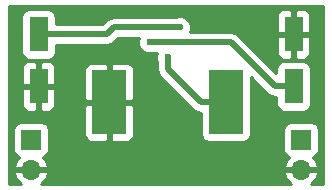
<source format=gbr>
G04 #@! TF.FileFunction,Copper,L2,Bot,Signal*
%FSLAX46Y46*%
G04 Gerber Fmt 4.6, Leading zero omitted, Abs format (unit mm)*
G04 Created by KiCad (PCBNEW 4.0.7) date Monday, 25 June 2018 'AMt' 00:00:04*
%MOMM*%
%LPD*%
G01*
G04 APERTURE LIST*
%ADD10C,0.100000*%
%ADD11R,1.600000X3.000000*%
%ADD12R,1.700000X1.700000*%
%ADD13O,1.700000X1.700000*%
%ADD14R,2.900000X5.400000*%
%ADD15C,0.600000*%
%ADD16C,0.500000*%
%ADD17C,0.254000*%
G04 APERTURE END LIST*
D10*
D11*
X119380000Y-68494000D03*
X119380000Y-64094000D03*
X140970000Y-68494000D03*
X140970000Y-64094000D03*
D12*
X141605000Y-73025000D03*
D13*
X141605000Y-75565000D03*
D12*
X118745000Y-73025000D03*
D13*
X118745000Y-75565000D03*
D14*
X125352000Y-69850000D03*
X135252000Y-69850000D03*
D15*
X128778000Y-64770000D03*
X121920014Y-74930000D03*
X121920000Y-70612004D03*
X138175998Y-70865998D03*
X138176000Y-74930000D03*
X131318000Y-63500000D03*
X130302000Y-66040000D03*
D16*
X135636000Y-64770000D02*
X139360000Y-68494000D01*
X139360000Y-68494000D02*
X140970000Y-68494000D01*
X128778000Y-64770000D02*
X135636000Y-64770000D01*
X125136000Y-64094000D02*
X125730000Y-63500000D01*
X125730000Y-63500000D02*
X131318000Y-63500000D01*
X119380000Y-64094000D02*
X125136000Y-64094000D01*
X130302000Y-66548000D02*
X130302000Y-66040000D01*
X130302000Y-67056000D02*
X133096000Y-69850000D01*
X133096000Y-69850000D02*
X135252000Y-69850000D01*
X130302000Y-66548000D02*
X130302000Y-67056000D01*
D17*
G36*
X143435000Y-76760000D02*
X142486525Y-76760000D01*
X142876645Y-76331924D01*
X143046476Y-75921890D01*
X142925155Y-75692000D01*
X141732000Y-75692000D01*
X141732000Y-75712000D01*
X141478000Y-75712000D01*
X141478000Y-75692000D01*
X140284845Y-75692000D01*
X140163524Y-75921890D01*
X140333355Y-76331924D01*
X140723475Y-76760000D01*
X119626525Y-76760000D01*
X120016645Y-76331924D01*
X120186476Y-75921890D01*
X120065155Y-75692000D01*
X118872000Y-75692000D01*
X118872000Y-75712000D01*
X118618000Y-75712000D01*
X118618000Y-75692000D01*
X117424845Y-75692000D01*
X117303524Y-75921890D01*
X117473355Y-76331924D01*
X117863475Y-76760000D01*
X116915000Y-76760000D01*
X116915000Y-72175000D01*
X117247560Y-72175000D01*
X117247560Y-73875000D01*
X117291838Y-74110317D01*
X117430910Y-74326441D01*
X117643110Y-74471431D01*
X117751107Y-74493301D01*
X117473355Y-74798076D01*
X117303524Y-75208110D01*
X117424845Y-75438000D01*
X118618000Y-75438000D01*
X118618000Y-75418000D01*
X118872000Y-75418000D01*
X118872000Y-75438000D01*
X120065155Y-75438000D01*
X120186476Y-75208110D01*
X120016645Y-74798076D01*
X119740499Y-74495063D01*
X119830317Y-74478162D01*
X120046441Y-74339090D01*
X120191431Y-74126890D01*
X120242440Y-73875000D01*
X120242440Y-72175000D01*
X120198162Y-71939683D01*
X120059090Y-71723559D01*
X119846890Y-71578569D01*
X119595000Y-71527560D01*
X117895000Y-71527560D01*
X117659683Y-71571838D01*
X117443559Y-71710910D01*
X117298569Y-71923110D01*
X117247560Y-72175000D01*
X116915000Y-72175000D01*
X116915000Y-68779750D01*
X117945000Y-68779750D01*
X117945000Y-70120309D01*
X118041673Y-70353698D01*
X118220301Y-70532327D01*
X118453690Y-70629000D01*
X119094250Y-70629000D01*
X119253000Y-70470250D01*
X119253000Y-68621000D01*
X119507000Y-68621000D01*
X119507000Y-70470250D01*
X119665750Y-70629000D01*
X120306310Y-70629000D01*
X120539699Y-70532327D01*
X120718327Y-70353698D01*
X120808604Y-70135750D01*
X123267000Y-70135750D01*
X123267000Y-72676310D01*
X123363673Y-72909699D01*
X123542302Y-73088327D01*
X123775691Y-73185000D01*
X125066250Y-73185000D01*
X125225000Y-73026250D01*
X125225000Y-69977000D01*
X125479000Y-69977000D01*
X125479000Y-73026250D01*
X125637750Y-73185000D01*
X126928309Y-73185000D01*
X127161698Y-73088327D01*
X127340327Y-72909699D01*
X127437000Y-72676310D01*
X127437000Y-70135750D01*
X127278250Y-69977000D01*
X125479000Y-69977000D01*
X125225000Y-69977000D01*
X123425750Y-69977000D01*
X123267000Y-70135750D01*
X120808604Y-70135750D01*
X120815000Y-70120309D01*
X120815000Y-68779750D01*
X120656250Y-68621000D01*
X119507000Y-68621000D01*
X119253000Y-68621000D01*
X118103750Y-68621000D01*
X117945000Y-68779750D01*
X116915000Y-68779750D01*
X116915000Y-66867691D01*
X117945000Y-66867691D01*
X117945000Y-68208250D01*
X118103750Y-68367000D01*
X119253000Y-68367000D01*
X119253000Y-66517750D01*
X119507000Y-66517750D01*
X119507000Y-68367000D01*
X120656250Y-68367000D01*
X120815000Y-68208250D01*
X120815000Y-67023690D01*
X123267000Y-67023690D01*
X123267000Y-69564250D01*
X123425750Y-69723000D01*
X125225000Y-69723000D01*
X125225000Y-66673750D01*
X125479000Y-66673750D01*
X125479000Y-69723000D01*
X127278250Y-69723000D01*
X127437000Y-69564250D01*
X127437000Y-67023690D01*
X127340327Y-66790301D01*
X127161698Y-66611673D01*
X126928309Y-66515000D01*
X125637750Y-66515000D01*
X125479000Y-66673750D01*
X125225000Y-66673750D01*
X125066250Y-66515000D01*
X123775691Y-66515000D01*
X123542302Y-66611673D01*
X123363673Y-66790301D01*
X123267000Y-67023690D01*
X120815000Y-67023690D01*
X120815000Y-66867691D01*
X120718327Y-66634302D01*
X120539699Y-66455673D01*
X120306310Y-66359000D01*
X119665750Y-66359000D01*
X119507000Y-66517750D01*
X119253000Y-66517750D01*
X119094250Y-66359000D01*
X118453690Y-66359000D01*
X118220301Y-66455673D01*
X118041673Y-66634302D01*
X117945000Y-66867691D01*
X116915000Y-66867691D01*
X116915000Y-62594000D01*
X117932560Y-62594000D01*
X117932560Y-65594000D01*
X117976838Y-65829317D01*
X118115910Y-66045441D01*
X118328110Y-66190431D01*
X118580000Y-66241440D01*
X120180000Y-66241440D01*
X120415317Y-66197162D01*
X120631441Y-66058090D01*
X120776431Y-65845890D01*
X120827440Y-65594000D01*
X120827440Y-64979000D01*
X125135995Y-64979000D01*
X125136000Y-64979001D01*
X125418484Y-64922810D01*
X125474675Y-64911633D01*
X125761790Y-64719790D01*
X126096579Y-64385000D01*
X127925463Y-64385000D01*
X127843162Y-64583201D01*
X127842838Y-64955167D01*
X127984883Y-65298943D01*
X128247673Y-65562192D01*
X128591201Y-65704838D01*
X128963167Y-65705162D01*
X129084569Y-65655000D01*
X129449463Y-65655000D01*
X129367162Y-65853201D01*
X129366838Y-66225167D01*
X129417000Y-66346569D01*
X129417000Y-67055995D01*
X129416999Y-67056000D01*
X129473190Y-67338484D01*
X129484367Y-67394675D01*
X129676210Y-67681790D01*
X132470208Y-70475787D01*
X132470210Y-70475790D01*
X132757325Y-70667633D01*
X132813516Y-70678810D01*
X133096000Y-70735001D01*
X133096005Y-70735000D01*
X133154560Y-70735000D01*
X133154560Y-72550000D01*
X133198838Y-72785317D01*
X133337910Y-73001441D01*
X133550110Y-73146431D01*
X133802000Y-73197440D01*
X136702000Y-73197440D01*
X136937317Y-73153162D01*
X137153441Y-73014090D01*
X137298431Y-72801890D01*
X137349440Y-72550000D01*
X137349440Y-72175000D01*
X140107560Y-72175000D01*
X140107560Y-73875000D01*
X140151838Y-74110317D01*
X140290910Y-74326441D01*
X140503110Y-74471431D01*
X140611107Y-74493301D01*
X140333355Y-74798076D01*
X140163524Y-75208110D01*
X140284845Y-75438000D01*
X141478000Y-75438000D01*
X141478000Y-75418000D01*
X141732000Y-75418000D01*
X141732000Y-75438000D01*
X142925155Y-75438000D01*
X143046476Y-75208110D01*
X142876645Y-74798076D01*
X142600499Y-74495063D01*
X142690317Y-74478162D01*
X142906441Y-74339090D01*
X143051431Y-74126890D01*
X143102440Y-73875000D01*
X143102440Y-72175000D01*
X143058162Y-71939683D01*
X142919090Y-71723559D01*
X142706890Y-71578569D01*
X142455000Y-71527560D01*
X140755000Y-71527560D01*
X140519683Y-71571838D01*
X140303559Y-71710910D01*
X140158569Y-71923110D01*
X140107560Y-72175000D01*
X137349440Y-72175000D01*
X137349440Y-67735019D01*
X138734208Y-69119787D01*
X138734210Y-69119790D01*
X139021325Y-69311633D01*
X139360000Y-69379000D01*
X139522560Y-69379000D01*
X139522560Y-69994000D01*
X139566838Y-70229317D01*
X139705910Y-70445441D01*
X139918110Y-70590431D01*
X140170000Y-70641440D01*
X141770000Y-70641440D01*
X142005317Y-70597162D01*
X142221441Y-70458090D01*
X142366431Y-70245890D01*
X142417440Y-69994000D01*
X142417440Y-66994000D01*
X142373162Y-66758683D01*
X142234090Y-66542559D01*
X142021890Y-66397569D01*
X141770000Y-66346560D01*
X140170000Y-66346560D01*
X139934683Y-66390838D01*
X139718559Y-66529910D01*
X139573569Y-66742110D01*
X139522560Y-66994000D01*
X139522560Y-67404981D01*
X136497330Y-64379750D01*
X139535000Y-64379750D01*
X139535000Y-65720309D01*
X139631673Y-65953698D01*
X139810301Y-66132327D01*
X140043690Y-66229000D01*
X140684250Y-66229000D01*
X140843000Y-66070250D01*
X140843000Y-64221000D01*
X141097000Y-64221000D01*
X141097000Y-66070250D01*
X141255750Y-66229000D01*
X141896310Y-66229000D01*
X142129699Y-66132327D01*
X142308327Y-65953698D01*
X142405000Y-65720309D01*
X142405000Y-64379750D01*
X142246250Y-64221000D01*
X141097000Y-64221000D01*
X140843000Y-64221000D01*
X139693750Y-64221000D01*
X139535000Y-64379750D01*
X136497330Y-64379750D01*
X136261790Y-64144210D01*
X136186645Y-64094000D01*
X135974675Y-63952367D01*
X135918484Y-63941190D01*
X135636000Y-63884999D01*
X135635995Y-63885000D01*
X132170537Y-63885000D01*
X132252838Y-63686799D01*
X132253162Y-63314833D01*
X132111117Y-62971057D01*
X131848327Y-62707808D01*
X131504799Y-62565162D01*
X131132833Y-62564838D01*
X131011431Y-62615000D01*
X125730005Y-62615000D01*
X125730000Y-62614999D01*
X125447516Y-62671190D01*
X125391325Y-62682367D01*
X125104210Y-62874210D01*
X125104208Y-62874213D01*
X124769420Y-63209000D01*
X120827440Y-63209000D01*
X120827440Y-62594000D01*
X120803674Y-62467691D01*
X139535000Y-62467691D01*
X139535000Y-63808250D01*
X139693750Y-63967000D01*
X140843000Y-63967000D01*
X140843000Y-62117750D01*
X141097000Y-62117750D01*
X141097000Y-63967000D01*
X142246250Y-63967000D01*
X142405000Y-63808250D01*
X142405000Y-62467691D01*
X142308327Y-62234302D01*
X142129699Y-62055673D01*
X141896310Y-61959000D01*
X141255750Y-61959000D01*
X141097000Y-62117750D01*
X140843000Y-62117750D01*
X140684250Y-61959000D01*
X140043690Y-61959000D01*
X139810301Y-62055673D01*
X139631673Y-62234302D01*
X139535000Y-62467691D01*
X120803674Y-62467691D01*
X120783162Y-62358683D01*
X120644090Y-62142559D01*
X120431890Y-61997569D01*
X120180000Y-61946560D01*
X118580000Y-61946560D01*
X118344683Y-61990838D01*
X118128559Y-62129910D01*
X117983569Y-62342110D01*
X117932560Y-62594000D01*
X116915000Y-62594000D01*
X116915000Y-61670000D01*
X143435000Y-61670000D01*
X143435000Y-76760000D01*
X143435000Y-76760000D01*
G37*
X143435000Y-76760000D02*
X142486525Y-76760000D01*
X142876645Y-76331924D01*
X143046476Y-75921890D01*
X142925155Y-75692000D01*
X141732000Y-75692000D01*
X141732000Y-75712000D01*
X141478000Y-75712000D01*
X141478000Y-75692000D01*
X140284845Y-75692000D01*
X140163524Y-75921890D01*
X140333355Y-76331924D01*
X140723475Y-76760000D01*
X119626525Y-76760000D01*
X120016645Y-76331924D01*
X120186476Y-75921890D01*
X120065155Y-75692000D01*
X118872000Y-75692000D01*
X118872000Y-75712000D01*
X118618000Y-75712000D01*
X118618000Y-75692000D01*
X117424845Y-75692000D01*
X117303524Y-75921890D01*
X117473355Y-76331924D01*
X117863475Y-76760000D01*
X116915000Y-76760000D01*
X116915000Y-72175000D01*
X117247560Y-72175000D01*
X117247560Y-73875000D01*
X117291838Y-74110317D01*
X117430910Y-74326441D01*
X117643110Y-74471431D01*
X117751107Y-74493301D01*
X117473355Y-74798076D01*
X117303524Y-75208110D01*
X117424845Y-75438000D01*
X118618000Y-75438000D01*
X118618000Y-75418000D01*
X118872000Y-75418000D01*
X118872000Y-75438000D01*
X120065155Y-75438000D01*
X120186476Y-75208110D01*
X120016645Y-74798076D01*
X119740499Y-74495063D01*
X119830317Y-74478162D01*
X120046441Y-74339090D01*
X120191431Y-74126890D01*
X120242440Y-73875000D01*
X120242440Y-72175000D01*
X120198162Y-71939683D01*
X120059090Y-71723559D01*
X119846890Y-71578569D01*
X119595000Y-71527560D01*
X117895000Y-71527560D01*
X117659683Y-71571838D01*
X117443559Y-71710910D01*
X117298569Y-71923110D01*
X117247560Y-72175000D01*
X116915000Y-72175000D01*
X116915000Y-68779750D01*
X117945000Y-68779750D01*
X117945000Y-70120309D01*
X118041673Y-70353698D01*
X118220301Y-70532327D01*
X118453690Y-70629000D01*
X119094250Y-70629000D01*
X119253000Y-70470250D01*
X119253000Y-68621000D01*
X119507000Y-68621000D01*
X119507000Y-70470250D01*
X119665750Y-70629000D01*
X120306310Y-70629000D01*
X120539699Y-70532327D01*
X120718327Y-70353698D01*
X120808604Y-70135750D01*
X123267000Y-70135750D01*
X123267000Y-72676310D01*
X123363673Y-72909699D01*
X123542302Y-73088327D01*
X123775691Y-73185000D01*
X125066250Y-73185000D01*
X125225000Y-73026250D01*
X125225000Y-69977000D01*
X125479000Y-69977000D01*
X125479000Y-73026250D01*
X125637750Y-73185000D01*
X126928309Y-73185000D01*
X127161698Y-73088327D01*
X127340327Y-72909699D01*
X127437000Y-72676310D01*
X127437000Y-70135750D01*
X127278250Y-69977000D01*
X125479000Y-69977000D01*
X125225000Y-69977000D01*
X123425750Y-69977000D01*
X123267000Y-70135750D01*
X120808604Y-70135750D01*
X120815000Y-70120309D01*
X120815000Y-68779750D01*
X120656250Y-68621000D01*
X119507000Y-68621000D01*
X119253000Y-68621000D01*
X118103750Y-68621000D01*
X117945000Y-68779750D01*
X116915000Y-68779750D01*
X116915000Y-66867691D01*
X117945000Y-66867691D01*
X117945000Y-68208250D01*
X118103750Y-68367000D01*
X119253000Y-68367000D01*
X119253000Y-66517750D01*
X119507000Y-66517750D01*
X119507000Y-68367000D01*
X120656250Y-68367000D01*
X120815000Y-68208250D01*
X120815000Y-67023690D01*
X123267000Y-67023690D01*
X123267000Y-69564250D01*
X123425750Y-69723000D01*
X125225000Y-69723000D01*
X125225000Y-66673750D01*
X125479000Y-66673750D01*
X125479000Y-69723000D01*
X127278250Y-69723000D01*
X127437000Y-69564250D01*
X127437000Y-67023690D01*
X127340327Y-66790301D01*
X127161698Y-66611673D01*
X126928309Y-66515000D01*
X125637750Y-66515000D01*
X125479000Y-66673750D01*
X125225000Y-66673750D01*
X125066250Y-66515000D01*
X123775691Y-66515000D01*
X123542302Y-66611673D01*
X123363673Y-66790301D01*
X123267000Y-67023690D01*
X120815000Y-67023690D01*
X120815000Y-66867691D01*
X120718327Y-66634302D01*
X120539699Y-66455673D01*
X120306310Y-66359000D01*
X119665750Y-66359000D01*
X119507000Y-66517750D01*
X119253000Y-66517750D01*
X119094250Y-66359000D01*
X118453690Y-66359000D01*
X118220301Y-66455673D01*
X118041673Y-66634302D01*
X117945000Y-66867691D01*
X116915000Y-66867691D01*
X116915000Y-62594000D01*
X117932560Y-62594000D01*
X117932560Y-65594000D01*
X117976838Y-65829317D01*
X118115910Y-66045441D01*
X118328110Y-66190431D01*
X118580000Y-66241440D01*
X120180000Y-66241440D01*
X120415317Y-66197162D01*
X120631441Y-66058090D01*
X120776431Y-65845890D01*
X120827440Y-65594000D01*
X120827440Y-64979000D01*
X125135995Y-64979000D01*
X125136000Y-64979001D01*
X125418484Y-64922810D01*
X125474675Y-64911633D01*
X125761790Y-64719790D01*
X126096579Y-64385000D01*
X127925463Y-64385000D01*
X127843162Y-64583201D01*
X127842838Y-64955167D01*
X127984883Y-65298943D01*
X128247673Y-65562192D01*
X128591201Y-65704838D01*
X128963167Y-65705162D01*
X129084569Y-65655000D01*
X129449463Y-65655000D01*
X129367162Y-65853201D01*
X129366838Y-66225167D01*
X129417000Y-66346569D01*
X129417000Y-67055995D01*
X129416999Y-67056000D01*
X129473190Y-67338484D01*
X129484367Y-67394675D01*
X129676210Y-67681790D01*
X132470208Y-70475787D01*
X132470210Y-70475790D01*
X132757325Y-70667633D01*
X132813516Y-70678810D01*
X133096000Y-70735001D01*
X133096005Y-70735000D01*
X133154560Y-70735000D01*
X133154560Y-72550000D01*
X133198838Y-72785317D01*
X133337910Y-73001441D01*
X133550110Y-73146431D01*
X133802000Y-73197440D01*
X136702000Y-73197440D01*
X136937317Y-73153162D01*
X137153441Y-73014090D01*
X137298431Y-72801890D01*
X137349440Y-72550000D01*
X137349440Y-72175000D01*
X140107560Y-72175000D01*
X140107560Y-73875000D01*
X140151838Y-74110317D01*
X140290910Y-74326441D01*
X140503110Y-74471431D01*
X140611107Y-74493301D01*
X140333355Y-74798076D01*
X140163524Y-75208110D01*
X140284845Y-75438000D01*
X141478000Y-75438000D01*
X141478000Y-75418000D01*
X141732000Y-75418000D01*
X141732000Y-75438000D01*
X142925155Y-75438000D01*
X143046476Y-75208110D01*
X142876645Y-74798076D01*
X142600499Y-74495063D01*
X142690317Y-74478162D01*
X142906441Y-74339090D01*
X143051431Y-74126890D01*
X143102440Y-73875000D01*
X143102440Y-72175000D01*
X143058162Y-71939683D01*
X142919090Y-71723559D01*
X142706890Y-71578569D01*
X142455000Y-71527560D01*
X140755000Y-71527560D01*
X140519683Y-71571838D01*
X140303559Y-71710910D01*
X140158569Y-71923110D01*
X140107560Y-72175000D01*
X137349440Y-72175000D01*
X137349440Y-67735019D01*
X138734208Y-69119787D01*
X138734210Y-69119790D01*
X139021325Y-69311633D01*
X139360000Y-69379000D01*
X139522560Y-69379000D01*
X139522560Y-69994000D01*
X139566838Y-70229317D01*
X139705910Y-70445441D01*
X139918110Y-70590431D01*
X140170000Y-70641440D01*
X141770000Y-70641440D01*
X142005317Y-70597162D01*
X142221441Y-70458090D01*
X142366431Y-70245890D01*
X142417440Y-69994000D01*
X142417440Y-66994000D01*
X142373162Y-66758683D01*
X142234090Y-66542559D01*
X142021890Y-66397569D01*
X141770000Y-66346560D01*
X140170000Y-66346560D01*
X139934683Y-66390838D01*
X139718559Y-66529910D01*
X139573569Y-66742110D01*
X139522560Y-66994000D01*
X139522560Y-67404981D01*
X136497330Y-64379750D01*
X139535000Y-64379750D01*
X139535000Y-65720309D01*
X139631673Y-65953698D01*
X139810301Y-66132327D01*
X140043690Y-66229000D01*
X140684250Y-66229000D01*
X140843000Y-66070250D01*
X140843000Y-64221000D01*
X141097000Y-64221000D01*
X141097000Y-66070250D01*
X141255750Y-66229000D01*
X141896310Y-66229000D01*
X142129699Y-66132327D01*
X142308327Y-65953698D01*
X142405000Y-65720309D01*
X142405000Y-64379750D01*
X142246250Y-64221000D01*
X141097000Y-64221000D01*
X140843000Y-64221000D01*
X139693750Y-64221000D01*
X139535000Y-64379750D01*
X136497330Y-64379750D01*
X136261790Y-64144210D01*
X136186645Y-64094000D01*
X135974675Y-63952367D01*
X135918484Y-63941190D01*
X135636000Y-63884999D01*
X135635995Y-63885000D01*
X132170537Y-63885000D01*
X132252838Y-63686799D01*
X132253162Y-63314833D01*
X132111117Y-62971057D01*
X131848327Y-62707808D01*
X131504799Y-62565162D01*
X131132833Y-62564838D01*
X131011431Y-62615000D01*
X125730005Y-62615000D01*
X125730000Y-62614999D01*
X125447516Y-62671190D01*
X125391325Y-62682367D01*
X125104210Y-62874210D01*
X125104208Y-62874213D01*
X124769420Y-63209000D01*
X120827440Y-63209000D01*
X120827440Y-62594000D01*
X120803674Y-62467691D01*
X139535000Y-62467691D01*
X139535000Y-63808250D01*
X139693750Y-63967000D01*
X140843000Y-63967000D01*
X140843000Y-62117750D01*
X141097000Y-62117750D01*
X141097000Y-63967000D01*
X142246250Y-63967000D01*
X142405000Y-63808250D01*
X142405000Y-62467691D01*
X142308327Y-62234302D01*
X142129699Y-62055673D01*
X141896310Y-61959000D01*
X141255750Y-61959000D01*
X141097000Y-62117750D01*
X140843000Y-62117750D01*
X140684250Y-61959000D01*
X140043690Y-61959000D01*
X139810301Y-62055673D01*
X139631673Y-62234302D01*
X139535000Y-62467691D01*
X120803674Y-62467691D01*
X120783162Y-62358683D01*
X120644090Y-62142559D01*
X120431890Y-61997569D01*
X120180000Y-61946560D01*
X118580000Y-61946560D01*
X118344683Y-61990838D01*
X118128559Y-62129910D01*
X117983569Y-62342110D01*
X117932560Y-62594000D01*
X116915000Y-62594000D01*
X116915000Y-61670000D01*
X143435000Y-61670000D01*
X143435000Y-76760000D01*
M02*

</source>
